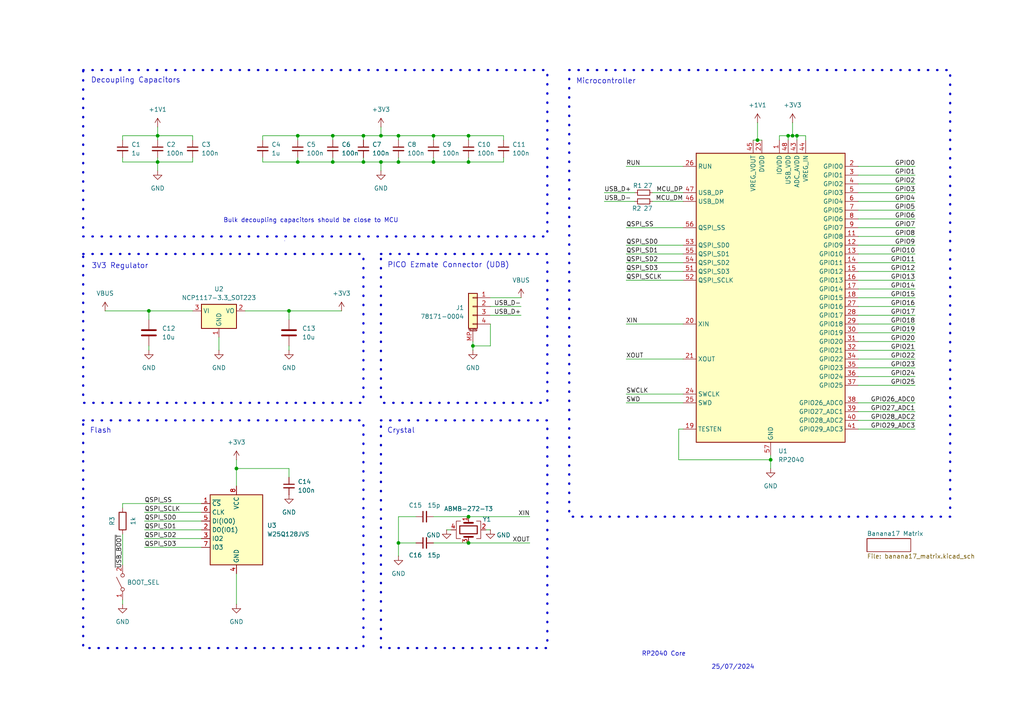
<source format=kicad_sch>
(kicad_sch (version 20231120) (generator "eeschema") (generator_version "8.0")
  (paper "A4")
  (lib_symbols
    (symbol "Connector_Generic_MountingPin:Conn_01x04_MountingPin" (pin_names (offset 1.016) hide)
      (property "Reference" "J" (at 0 5.08 0))
      (property "Value" "Conn_01x04_MountingPin" (at 1.27 -7.62 0))
      (symbol "Conn_01x04_MountingPin_1_1"
        (rectangle (start -1.27 -4.953) (end 0 -5.207) (stroke (width 0.1524)))
        (rectangle (start -1.27 -2.413) (end 0 -2.667) (stroke (width 0.1524)))
        (rectangle (start -1.27 0.127) (end 0 -0.127) (stroke (width 0.1524)))
        (rectangle (start -1.27 2.667) (end 0 2.413) (stroke (width 0.1524)))
        (rectangle (start -1.27 3.81) (end 1.27 -6.35) (stroke (width 0.254)) (fill (type background)))
        (polyline (pts (xy -1.016 -7.112) (xy 1.016 -7.112)) (stroke (width 0.1524)))
        (text "Mounting" (at 0 -6.731 0) (effects (font (size 0.381 0.381))))
        (pin passive line (at -5.08 2.54 0) (length 3.81) (name "Pin_1") (number "1"))
        (pin passive line (at -5.08 0 0) (length 3.81) (name "Pin_2") (number "2"))
        (pin passive line (at -5.08 -2.54 0) (length 3.81) (name "Pin_3") (number "3"))
        (pin passive line (at -5.08 -5.08 0) (length 3.81) (name "Pin_4") (number "4"))
        (pin passive line (at 0 -10.16 90) (length 3.048) (name "MountPin") (number "MP"))
      )
    )
    (symbol "Device:C" (pin_numbers hide) (pin_names (offset 0.254))
      (property "Reference" "C" (at 0.635 2.54 0))
      (property "Value" "C" (at 0.635 -2.54 0))
      (symbol "C_0_1"
        (polyline (pts (xy -2.032 -0.762) (xy 2.032 -0.762)) (stroke (width 0.508)))
        (polyline (pts (xy -2.032 0.762) (xy 2.032 0.762)) (stroke (width 0.508)))
      )
      (symbol "C_1_1"
        (pin passive line (at 0 3.81 270) (length 2.794) (name "~") (number "1"))
        (pin passive line (at 0 -3.81 90) (length 2.794) (name "~") (number "2"))
      )
    )
    (symbol "Device:C_Small" (pin_numbers hide) (pin_names (offset 0.254) hide)
      (property "Reference" "C" (at 0.254 1.778 0))
      (property "Value" "C_Small" (at 0.254 -2.032 0))
      (symbol "C_Small_0_1"
        (polyline (pts (xy -1.524 -0.508) (xy 1.524 -0.508)) (stroke (width 0.3302)))
        (polyline (pts (xy -1.524 0.508) (xy 1.524 0.508)) (stroke (width 0.3048)))
      )
      (symbol "C_Small_1_1"
        (pin passive line (at 0 2.54 270) (length 2.032) (name "~") (number "1"))
        (pin passive line (at 0 -2.54 90) (length 2.032) (name "~") (number "2"))
      )
    )
    (symbol "Device:Crystal_GND24" (pin_names (offset 1.016) hide)
      (property "Reference" "Y" (at 3.175 5.08 0))
      (property "Value" "Crystal_GND24" (at 3.175 3.175 0))
      (symbol "Crystal_GND24_0_1"
        (rectangle (start -1.143 2.54) (end 1.143 -2.54) (stroke (width 0.3048)))
        (polyline (pts (xy -2.54 0) (xy -2.032 0)))
        (polyline (pts (xy -2.032 -1.27) (xy -2.032 1.27)) (stroke (width 0.508)))
        (polyline (pts (xy 0 -3.81) (xy 0 -3.556)))
        (polyline (pts (xy 0 3.556) (xy 0 3.81)))
        (polyline (pts (xy 2.032 -1.27) (xy 2.032 1.27)) (stroke (width 0.508)))
        (polyline (pts (xy 2.032 0) (xy 2.54 0)))
        (polyline (pts (xy -2.54 -2.286) (xy -2.54 -3.556) (xy 2.54 -3.556) (xy 2.54 -2.286)))
        (polyline (pts (xy -2.54 2.286) (xy -2.54 3.556) (xy 2.54 3.556) (xy 2.54 2.286)))
      )
      (symbol "Crystal_GND24_1_1"
        (pin passive line (at -3.81 0 0) (length 1.27) (name "1") (number "1"))
        (pin passive line (at 0 5.08 270) (length 1.27) (name "2") (number "2"))
        (pin passive line (at 3.81 0 180) (length 1.27) (name "3") (number "3"))
        (pin passive line (at 0 -5.08 90) (length 1.27) (name "4") (number "4"))
      )
    )
    (symbol "Device:R" (pin_numbers hide) (pin_names (offset 0))
      (property "Reference" "R" (at 2.032 0 90))
      (property "Value" "R" (at 0 0 90))
      (symbol "R_0_1"
        (rectangle (start -1.016 -2.54) (end 1.016 2.54) (stroke (width 0.254)))
      )
      (symbol "R_1_1"
        (pin passive line (at 0 3.81 270) (length 1.27) (name "~") (number "1"))
        (pin passive line (at 0 -3.81 90) (length 1.27) (name "~") (number "2"))
      )
    )
    (symbol "Device:R_Small" (pin_numbers hide) (pin_names (offset 0.254) hide)
      (property "Reference" "R" (at 0.762 0.508 0))
      (property "Value" "R_Small" (at 0.762 -1.016 0))
      (symbol "R_Small_0_1"
        (rectangle (start -0.762 1.778) (end 0.762 -1.778) (stroke (width 0.2032)))
      )
      (symbol "R_Small_1_1"
        (pin passive line (at 0 2.54 270) (length 0.762) (name "~") (number "1"))
        (pin passive line (at 0 -2.54 90) (length 0.762) (name "~") (number "2"))
      )
    )
    (symbol "MCU_RaspberryPi:RP2040"
      (property "Reference" "U" (at 17.78 45.72 0))
      (property "Value" "RP2040" (at 17.78 43.18 0))
      (symbol "RP2040_0_1"
        (rectangle (start -21.59 41.91) (end 21.59 -41.91) (stroke (width 0.254)) (fill (type background)))
      )
      (symbol "RP2040_1_1"
        (pin power_in line (at 2.54 45.72 270) (length 3.81) (name "IOVDD") (number "1"))
        (pin passive line (at 2.54 45.72 270) (length 3.81) hide (name "IOVDD") (number "10"))
        (pin bidirectional line (at 25.4 17.78 180) (length 3.81) (name "GPIO8") (number "11"))
        (pin bidirectional line (at 25.4 15.24 180) (length 3.81) (name "GPIO9") (number "12"))
        (pin bidirectional line (at 25.4 12.7 180) (length 3.81) (name "GPIO10") (number "13"))
        (pin bidirectional line (at 25.4 10.16 180) (length 3.81) (name "GPIO11") (number "14"))
        (pin bidirectional line (at 25.4 7.62 180) (length 3.81) (name "GPIO12") (number "15"))
        (pin bidirectional line (at 25.4 5.08 180) (length 3.81) (name "GPIO13") (number "16"))
        (pin bidirectional line (at 25.4 2.54 180) (length 3.81) (name "GPIO14") (number "17"))
        (pin bidirectional line (at 25.4 0 180) (length 3.81) (name "GPIO15") (number "18"))
        (pin input line (at -25.4 -38.1 0) (length 3.81) (name "TESTEN") (number "19"))
        (pin bidirectional line (at 25.4 38.1 180) (length 3.81) (name "GPIO0") (number "2"))
        (pin input line (at -25.4 -7.62 0) (length 3.81) (name "XIN") (number "20"))
        (pin passive line (at -25.4 -17.78 0) (length 3.81) (name "XOUT") (number "21"))
        (pin passive line (at 2.54 45.72 270) (length 3.81) hide (name "IOVDD") (number "22"))
        (pin power_in line (at -2.54 45.72 270) (length 3.81) (name "DVDD") (number "23"))
        (pin input line (at -25.4 -27.94 0) (length 3.81) (name "SWCLK") (number "24"))
        (pin bidirectional line (at -25.4 -30.48 0) (length 3.81) (name "SWD") (number "25"))
        (pin input line (at -25.4 38.1 0) (length 3.81) (name "RUN") (number "26"))
        (pin bidirectional line (at 25.4 -2.54 180) (length 3.81) (name "GPIO16") (number "27"))
        (pin bidirectional line (at 25.4 -5.08 180) (length 3.81) (name "GPIO17") (number "28"))
        (pin bidirectional line (at 25.4 -7.62 180) (length 3.81) (name "GPIO18") (number "29"))
        (pin bidirectional line (at 25.4 35.56 180) (length 3.81) (name "GPIO1") (number "3"))
        (pin bidirectional line (at 25.4 -10.16 180) (length 3.81) (name "GPIO19") (number "30"))
        (pin bidirectional line (at 25.4 -12.7 180) (length 3.81) (name "GPIO20") (number "31"))
        (pin bidirectional line (at 25.4 -15.24 180) (length 3.81) (name "GPIO21") (number "32"))
        (pin passive line (at 2.54 45.72 270) (length 3.81) hide (name "IOVDD") (number "33"))
        (pin bidirectional line (at 25.4 -17.78 180) (length 3.81) (name "GPIO22") (number "34"))
        (pin bidirectional line (at 25.4 -20.32 180) (length 3.81) (name "GPIO23") (number "35"))
        (pin bidirectional line (at 25.4 -22.86 180) (length 3.81) (name "GPIO24") (number "36"))
        (pin bidirectional line (at 25.4 -25.4 180) (length 3.81) (name "GPIO25") (number "37"))
        (pin bidirectional line (at 25.4 -30.48 180) (length 3.81) (name "GPIO26_ADC0") (number "38"))
        (pin bidirectional line (at 25.4 -33.02 180) (length 3.81) (name "GPIO27_ADC1") (number "39"))
        (pin bidirectional line (at 25.4 33.02 180) (length 3.81) (name "GPIO2") (number "4"))
        (pin bidirectional line (at 25.4 -35.56 180) (length 3.81) (name "GPIO28_ADC2") (number "40"))
        (pin bidirectional line (at 25.4 -38.1 180) (length 3.81) (name "GPIO29_ADC3") (number "41"))
        (pin passive line (at 2.54 45.72 270) (length 3.81) hide (name "IOVDD") (number "42"))
        (pin power_in line (at 7.62 45.72 270) (length 3.81) (name "ADC_AVDD") (number "43"))
        (pin power_in line (at 10.16 45.72 270) (length 3.81) (name "VREG_IN") (number "44"))
        (pin power_out line (at -5.08 45.72 270) (length 3.81) (name "VREG_VOUT") (number "45"))
        (pin bidirectional line (at -25.4 27.94 0) (length 3.81) (name "USB_DM") (number "46"))
        (pin bidirectional line (at -25.4 30.48 0) (length 3.81) (name "USB_DP") (number "47"))
        (pin power_in line (at 5.08 45.72 270) (length 3.81) (name "USB_VDD") (number "48"))
        (pin passive line (at 2.54 45.72 270) (length 3.81) hide (name "IOVDD") (number "49"))
        (pin bidirectional line (at 25.4 30.48 180) (length 3.81) (name "GPIO3") (number "5"))
        (pin passive line (at -2.54 45.72 270) (length 3.81) hide (name "DVDD") (number "50"))
        (pin bidirectional line (at -25.4 7.62 0) (length 3.81) (name "QSPI_SD3") (number "51"))
        (pin output line (at -25.4 5.08 0) (length 3.81) (name "QSPI_SCLK") (number "52"))
        (pin bidirectional line (at -25.4 15.24 0) (length 3.81) (name "QSPI_SD0") (number "53"))
        (pin bidirectional line (at -25.4 10.16 0) (length 3.81) (name "QSPI_SD2") (number "54"))
        (pin bidirectional line (at -25.4 12.7 0) (length 3.81) (name "QSPI_SD1") (number "55"))
        (pin bidirectional line (at -25.4 20.32 0) (length 3.81) (name "QSPI_SS") (number "56"))
        (pin power_in line (at 0 -45.72 90) (length 3.81) (name "GND") (number "57"))
        (pin bidirectional line (at 25.4 27.94 180) (length 3.81) (name "GPIO4") (number "6"))
        (pin bidirectional line (at 25.4 25.4 180) (length 3.81) (name "GPIO5") (number "7"))
        (pin bidirectional line (at 25.4 22.86 180) (length 3.81) (name "GPIO6") (number "8"))
        (pin bidirectional line (at 25.4 20.32 180) (length 3.81) (name "GPIO7") (number "9"))
      )
    )
    (symbol "Memory_Flash:W25Q128JVS"
      (property "Reference" "U" (at -8.89 8.89 0))
      (property "Value" "W25Q128JVS" (at 7.62 8.89 0))
      (symbol "W25Q128JVS_0_1"
        (rectangle (start -7.62 10.16) (end 7.62 -10.16) (stroke (width 0.254)) (fill (type background)))
      )
      (symbol "W25Q128JVS_1_1"
        (pin input line (at -10.16 7.62 0) (length 2.54) (name "~{CS}") (number "1"))
        (pin bidirectional line (at -10.16 0 0) (length 2.54) (name "DO(IO1)") (number "2"))
        (pin bidirectional line (at -10.16 -2.54 0) (length 2.54) (name "IO2") (number "3"))
        (pin power_in line (at 0 -12.7 90) (length 2.54) (name "GND") (number "4"))
        (pin bidirectional line (at -10.16 2.54 0) (length 2.54) (name "DI(IO0)") (number "5"))
        (pin input line (at -10.16 5.08 0) (length 2.54) (name "CLK") (number "6"))
        (pin bidirectional line (at -10.16 -5.08 0) (length 2.54) (name "IO3") (number "7"))
        (pin power_in line (at 0 12.7 270) (length 2.54) (name "VCC") (number "8"))
      )
    )
    (symbol "Regulator_Linear:NCP1117-3.3_SOT223"
      (property "Reference" "U" (at -3.81 3.175 0))
      (property "Value" "NCP1117-3.3_SOT223" (at 0 3.175 0))
      (symbol "NCP1117-3.3_SOT223_0_1"
        (rectangle (start -5.08 -5.08) (end 5.08 1.905) (stroke (width 0.254)) (fill (type background)))
      )
      (symbol "NCP1117-3.3_SOT223_1_1"
        (pin power_in line (at 0 -7.62 90) (length 2.54) (name "GND") (number "1"))
        (pin power_out line (at 7.62 0 180) (length 2.54) (name "VO") (number "2"))
        (pin power_in line (at -7.62 0 0) (length 2.54) (name "VI") (number "3"))
      )
    )
    (symbol "Switch:SW_SPST" (pin_names (offset 0) hide)
      (property "Reference" "SW" (at 0 3.175 0))
      (property "Value" "SW_SPST" (at 0 -2.54 0))
      (symbol "SW_SPST_0_0"
        (circle (center -2.032 0) (radius 0.508))
        (polyline (pts (xy -1.524 0.254) (xy 1.524 1.778)))
        (circle (center 2.032 0) (radius 0.508))
      )
      (symbol "SW_SPST_1_1"
        (pin passive line (at -5.08 0 0) (length 2.54) (name "A") (number "1"))
        (pin passive line (at 5.08 0 180) (length 2.54) (name "B") (number "2"))
      )
    )
    (symbol "power:+3V3" (power) (pin_numbers hide) (pin_names (offset 0) hide)
      (property "Value" "+3V3" (at 0 3.556 0))
      (symbol "+3V3_0_1"
        (polyline (pts (xy -0.762 1.27) (xy 0 2.54)))
        (polyline (pts (xy 0 0) (xy 0 2.54)))
        (polyline (pts (xy 0 2.54) (xy 0.762 1.27)))
      )
      (symbol "+3V3_1_1"
        (pin power_in line (at 0 0 90) (length 0) (name "~") (number "1"))
      )
    )
    (symbol "power:GND" (power) (pin_numbers hide) (pin_names (offset 0) hide)
      (property "Value" "GND" (at 0 -3.81 0))
      (symbol "GND_0_1"
        (polyline (pts (xy 0 0) (xy 0 -1.27) (xy 1.27 -1.27) (xy 0 -2.54) (xy -1.27 -1.27) (xy 0 -1.27)))
      )
      (symbol "GND_1_1"
        (pin power_in line (at 0 0 270) (length 0) (name "~") (number "1"))
      )
    )
    (symbol "power:VBUS" (power) (pin_numbers hide) (pin_names (offset 0) hide)
      (property "Value" "VBUS" (at 0 3.556 0))
      (symbol "VBUS_0_1"
        (polyline (pts (xy -0.762 1.27) (xy 0 2.54)))
        (polyline (pts (xy 0 0) (xy 0 2.54)))
        (polyline (pts (xy 0 2.54) (xy 0.762 1.27)))
      )
      (symbol "VBUS_1_1"
        (pin power_in line (at 0 0 90) (length 0) (name "~") (number "1"))
      )
    )
  )
  (junction (at 228.6 39.37))
  (junction (at 223.52 133.35))
  (junction (at 135.89 149.86))
  (junction (at 231.14 39.37))
  (junction (at 86.36 39.37))
  (junction (at 110.49 46.99))
  (junction (at 135.89 157.48))
  (junction (at 68.58 135.89))
  (junction (at 43.18 90.17))
  (junction (at 125.73 39.37))
  (junction (at 83.82 90.17))
  (junction (at 135.89 46.99))
  (junction (at 105.41 39.37))
  (junction (at 115.57 39.37))
  (junction (at 96.52 46.99))
  (junction (at 229.87 39.37))
  (junction (at 125.73 46.99))
  (junction (at 137.16 100.33))
  (junction (at 45.72 46.99))
  (junction (at 96.52 39.37))
  (junction (at 86.36 46.99))
  (junction (at 45.72 39.37))
  (junction (at 115.57 46.99))
  (junction (at 135.89 39.37))
  (junction (at 219.71 40.64))
  (junction (at 105.41 46.99))
  (junction (at 110.49 39.37))
  (junction (at 115.57 157.48))
  (wire (pts (xy 83.82 90.17) (xy 99.06 90.17)))
  (wire (pts (xy 175.26 55.88) (xy 184.15 55.88)))
  (wire (pts (xy 115.57 39.37) (xy 110.49 39.37)))
  (wire (pts (xy 86.36 45.72) (xy 86.36 46.99)))
  (wire (pts (xy 198.12 93.98) (xy 181.61 93.98)))
  (wire (pts (xy 198.12 48.26) (xy 181.61 48.26)))
  (wire (pts (xy 96.52 46.99) (xy 105.41 46.99)))
  (wire (pts (xy 135.89 45.72) (xy 135.89 46.99)))
  (wire (pts (xy 68.58 133.35) (xy 68.58 135.89)))
  (wire (pts (xy 137.16 99.06) (xy 137.16 100.33)))
  (wire (pts (xy 83.82 90.17) (xy 83.82 92.71)))
  (wire (pts (xy 58.42 158.75) (xy 41.91 158.75)))
  (wire (pts (xy 248.92 73.66) (xy 265.43 73.66)))
  (wire (pts (xy 35.56 146.05) (xy 58.42 146.05)))
  (wire (pts (xy 135.89 157.48) (xy 153.67 157.48)))
  (wire (pts (xy 248.92 91.44) (xy 265.43 91.44)))
  (wire (pts (xy 248.92 78.74) (xy 265.43 78.74)))
  (wire (pts (xy 142.24 91.44) (xy 151.13 91.44)))
  (wire (pts (xy 248.92 109.22) (xy 265.43 109.22)))
  (wire (pts (xy 198.12 78.74) (xy 181.61 78.74)))
  (wire (pts (xy 218.44 40.64) (xy 219.71 40.64)))
  (wire (pts (xy 125.73 45.72) (xy 125.73 46.99)))
  (wire (pts (xy 248.92 55.88) (xy 265.43 55.88)))
  (wire (pts (xy 110.49 46.99) (xy 110.49 49.53)))
  (wire (pts (xy 115.57 157.48) (xy 115.57 149.86)))
  (wire (pts (xy 125.73 39.37) (xy 125.73 40.64)))
  (wire (pts (xy 68.58 135.89) (xy 68.58 140.97)))
  (wire (pts (xy 63.5 97.79) (xy 63.5 101.6)))
  (wire (pts (xy 175.26 58.42) (xy 184.15 58.42)))
  (wire (pts (xy 45.72 46.99) (xy 55.88 46.99)))
  (wire (pts (xy 248.92 93.98) (xy 265.43 93.98)))
  (wire (pts (xy 248.92 88.9) (xy 265.43 88.9)))
  (wire (pts (xy 233.68 39.37) (xy 233.68 40.64)))
  (wire (pts (xy 146.05 40.64) (xy 146.05 39.37)))
  (wire (pts (xy 248.92 60.96) (xy 265.43 60.96)))
  (wire (pts (xy 110.49 46.99) (xy 115.57 46.99)))
  (wire (pts (xy 196.85 124.46) (xy 198.12 124.46)))
  (wire (pts (xy 96.52 39.37) (xy 86.36 39.37)))
  (wire (pts (xy 219.71 40.64) (xy 220.98 40.64)))
  (wire (pts (xy 35.56 154.94) (xy 35.56 163.83)))
  (wire (pts (xy 96.52 39.37) (xy 96.52 40.64)))
  (wire (pts (xy 198.12 104.14) (xy 181.61 104.14)))
  (wire (pts (xy 248.92 104.14) (xy 265.43 104.14)))
  (wire (pts (xy 248.92 71.12) (xy 265.43 71.12)))
  (wire (pts (xy 35.56 40.64) (xy 35.56 39.37)))
  (wire (pts (xy 248.92 68.58) (xy 265.43 68.58)))
  (wire (pts (xy 198.12 73.66) (xy 181.61 73.66)))
  (wire (pts (xy 146.05 39.37) (xy 135.89 39.37)))
  (wire (pts (xy 55.88 39.37) (xy 55.88 40.64)))
  (wire (pts (xy 125.73 46.99) (xy 135.89 46.99)))
  (wire (pts (xy 248.92 81.28) (xy 265.43 81.28)))
  (wire (pts (xy 86.36 46.99) (xy 96.52 46.99)))
  (wire (pts (xy 43.18 90.17) (xy 43.18 92.71)))
  (wire (pts (xy 248.92 86.36) (xy 265.43 86.36)))
  (wire (pts (xy 45.72 46.99) (xy 45.72 49.53)))
  (wire (pts (xy 135.89 149.86) (xy 153.67 149.86)))
  (wire (pts (xy 223.52 133.35) (xy 223.52 135.89)))
  (wire (pts (xy 115.57 39.37) (xy 115.57 40.64)))
  (wire (pts (xy 248.92 111.76) (xy 265.43 111.76)))
  (wire (pts (xy 35.56 173.99) (xy 35.56 175.26)))
  (wire (pts (xy 219.71 35.56) (xy 219.71 40.64)))
  (wire (pts (xy 58.42 148.59) (xy 41.91 148.59)))
  (wire (pts (xy 226.06 39.37) (xy 228.6 39.37)))
  (wire (pts (xy 248.92 66.04) (xy 265.43 66.04)))
  (wire (pts (xy 142.24 88.9) (xy 151.13 88.9)))
  (wire (pts (xy 43.18 100.33) (xy 43.18 101.6)))
  (wire (pts (xy 45.72 39.37) (xy 55.88 39.37)))
  (wire (pts (xy 248.92 58.42) (xy 265.43 58.42)))
  (wire (pts (xy 45.72 39.37) (xy 45.72 40.64)))
  (wire (pts (xy 83.82 138.43) (xy 83.82 135.89)))
  (wire (pts (xy 115.57 157.48) (xy 115.57 161.29)))
  (wire (pts (xy 248.92 119.38) (xy 265.43 119.38)))
  (wire (pts (xy 58.42 153.67) (xy 41.91 153.67)))
  (wire (pts (xy 55.88 90.17) (xy 43.18 90.17)))
  (wire (pts (xy 231.14 39.37) (xy 231.14 40.64)))
  (wire (pts (xy 83.82 100.33) (xy 83.82 101.6)))
  (wire (pts (xy 83.82 135.89) (xy 68.58 135.89)))
  (wire (pts (xy 105.41 39.37) (xy 110.49 39.37)))
  (wire (pts (xy 125.73 157.48) (xy 135.89 157.48)))
  (wire (pts (xy 189.23 55.88) (xy 198.12 55.88)))
  (wire (pts (xy 140.97 153.67) (xy 142.24 153.67)))
  (wire (pts (xy 135.89 39.37) (xy 135.89 40.64)))
  (wire (pts (xy 248.92 53.34) (xy 265.43 53.34)))
  (wire (pts (xy 30.48 90.17) (xy 43.18 90.17)))
  (wire (pts (xy 115.57 149.86) (xy 120.65 149.86)))
  (wire (pts (xy 248.92 106.68) (xy 265.43 106.68)))
  (wire (pts (xy 228.6 39.37) (xy 229.87 39.37)))
  (wire (pts (xy 76.2 46.99) (xy 86.36 46.99)))
  (wire (pts (xy 58.42 156.21) (xy 41.91 156.21)))
  (wire (pts (xy 231.14 39.37) (xy 233.68 39.37)))
  (wire (pts (xy 189.23 58.42) (xy 198.12 58.42)))
  (wire (pts (xy 198.12 116.84) (xy 181.61 116.84)))
  (wire (pts (xy 115.57 46.99) (xy 125.73 46.99)))
  (wire (pts (xy 226.06 40.64) (xy 226.06 39.37)))
  (wire (pts (xy 248.92 76.2) (xy 265.43 76.2)))
  (wire (pts (xy 248.92 116.84) (xy 265.43 116.84)))
  (wire (pts (xy 198.12 71.12) (xy 181.61 71.12)))
  (wire (pts (xy 198.12 81.28) (xy 181.61 81.28)))
  (wire (pts (xy 110.49 36.83) (xy 110.49 39.37)))
  (wire (pts (xy 115.57 39.37) (xy 125.73 39.37)))
  (wire (pts (xy 248.92 101.6) (xy 265.43 101.6)))
  (wire (pts (xy 105.41 45.72) (xy 105.41 46.99)))
  (wire (pts (xy 198.12 114.3) (xy 181.61 114.3)))
  (wire (pts (xy 35.56 46.99) (xy 45.72 46.99)))
  (wire (pts (xy 35.56 39.37) (xy 45.72 39.37)))
  (wire (pts (xy 196.85 124.46) (xy 196.85 133.35)))
  (wire (pts (xy 248.92 50.8) (xy 265.43 50.8)))
  (wire (pts (xy 68.58 166.37) (xy 68.58 175.26)))
  (wire (pts (xy 35.56 147.32) (xy 35.56 146.05)))
  (wire (pts (xy 35.56 45.72) (xy 35.56 46.99)))
  (wire (pts (xy 248.92 63.5) (xy 265.43 63.5)))
  (wire (pts (xy 248.92 99.06) (xy 265.43 99.06)))
  (wire (pts (xy 196.85 133.35) (xy 223.52 133.35)))
  (wire (pts (xy 248.92 83.82) (xy 265.43 83.82)))
  (wire (pts (xy 229.87 39.37) (xy 231.14 39.37)))
  (wire (pts (xy 58.42 151.13) (xy 41.91 151.13)))
  (wire (pts (xy 228.6 39.37) (xy 228.6 40.64)))
  (wire (pts (xy 105.41 46.99) (xy 110.49 46.99)))
  (wire (pts (xy 71.12 90.17) (xy 83.82 90.17)))
  (wire (pts (xy 96.52 39.37) (xy 105.41 39.37)))
  (wire (pts (xy 135.89 46.99) (xy 146.05 46.99)))
  (wire (pts (xy 76.2 39.37) (xy 76.2 40.64)))
  (wire (pts (xy 142.24 100.33) (xy 137.16 100.33)))
  (wire (pts (xy 120.65 157.48) (xy 115.57 157.48)))
  (wire (pts (xy 146.05 46.99) (xy 146.05 45.72)))
  (wire (pts (xy 248.92 121.92) (xy 265.43 121.92)))
  (wire (pts (xy 248.92 48.26) (xy 265.43 48.26)))
  (wire (pts (xy 86.36 39.37) (xy 76.2 39.37)))
  (wire (pts (xy 223.52 132.08) (xy 223.52 133.35)))
  (wire (pts (xy 130.81 153.67) (xy 129.54 153.67)))
  (wire (pts (xy 55.88 46.99) (xy 55.88 45.72)))
  (wire (pts (xy 248.92 96.52) (xy 265.43 96.52)))
  (wire (pts (xy 137.16 101.6) (xy 137.16 100.33)))
  (wire (pts (xy 198.12 66.04) (xy 181.61 66.04)))
  (wire (pts (xy 198.12 76.2) (xy 181.61 76.2)))
  (wire (pts (xy 115.57 45.72) (xy 115.57 46.99)))
  (wire (pts (xy 248.92 124.46) (xy 265.43 124.46)))
  (wire (pts (xy 45.72 36.83) (xy 45.72 39.37)))
  (wire (pts (xy 229.87 35.56) (xy 229.87 39.37)))
  (wire (pts (xy 86.36 39.37) (xy 86.36 40.64)))
  (wire (pts (xy 142.24 93.98) (xy 142.24 100.33)))
  (wire (pts (xy 125.73 149.86) (xy 135.89 149.86)))
  (wire (pts (xy 76.2 45.72) (xy 76.2 46.99)))
  (wire (pts (xy 105.41 39.37) (xy 105.41 40.64)))
  (wire (pts (xy 125.73 39.37) (xy 135.89 39.37)))
  (wire (pts (xy 96.52 45.72) (xy 96.52 46.99)))
  (wire (pts (xy 45.72 45.72) (xy 45.72 46.99)))
  (wire (pts (xy 142.24 86.36) (xy 151.13 86.36)))
  (rectangle (start 24.13 20.32) (end 158.75 68.58) (stroke (width 0.635) (type dot)))
  (rectangle (start 165.1 20.32) (end 275.59 149.86) (stroke (width 0.635) (type dot)))
  (rectangle (start 24.13 73.66) (end 105.41 116.84) (stroke (width 0.635) (type dot)))
  (rectangle (start 82.55 69.85) (end 82.55 69.85))
  (rectangle (start 110.49 73.66) (end 158.75 116.84) (stroke (width 0.635) (type dot)))
  (rectangle (start 24.13 121.92) (end 105.41 187.96) (stroke (width 0.635) (type dot)))
  (rectangle (start 110.49 121.92) (end 158.75 187.96) (stroke (width 0.635) (type dot)))
  (text "Decoupling Capacitors" (at 39.37 23.368 0) (effects (font (size 1.524 1.524))))
  (text "25/07/2024" (at 212.598 193.548 0) (effects (font (size 1.27 1.27))))
  (text "RP2040 Core" (at 192.532 189.738 0) (effects (font (size 1.27 1.27))))
  (text "Crystal" (at 116.332 124.968 0) (effects (font (size 1.524 1.524))))
  (text "Microcontroller" (at 175.768 23.622 0) (effects (font (size 1.524 1.524))))
  (text "PICO Ezmate Connector (UDB)" (at 130.048 76.962 0) (effects (font (size 1.524 1.524))))
  (text "Bulk decoupling capacitors should be close to MCU" (at 90.17 64.008 0) (effects (font (size 1.27 1.27))))
  (text "Flash" (at 29.21 124.968 0) (effects (font (size 1.524 1.524))))
  (text "3V3 Regulator" (at 34.798 77.216 0) (effects (font (size 1.524 1.524))))
  (label "USB_D+" (at 151.13 91.44 180))
  (label "MCU_DP" (at 198.12 55.88 180))
  (label "QSPI_SCLK" (at 181.61 81.28 0))
  (label "QSPI_SD1" (at 181.61 73.66 0))
  (label "RUN" (at 181.61 48.26 0))
  (label "GPIO28_ADC2" (at 265.43 121.92 180))
  (label "MCU_DM" (at 198.12 58.42 180))
  (label "QSPI_SD2" (at 41.91 156.21 0))
  (label "GPIO21" (at 265.43 101.6 180))
  (label "GPIO12" (at 265.43 78.74 180))
  (label "QSPI_SS" (at 181.61 66.04 0))
  (label "GPIO0" (at 265.43 48.26 180))
  (label "GPIO20" (at 265.43 99.06 180))
  (label "GPIO27_ADC1" (at 265.43 119.38 180))
  (label "GPIO18" (at 265.43 93.98 180))
  (label "GPIO17" (at 265.43 91.44 180))
  (label "GPIO26_ADC0" (at 265.43 116.84 180))
  (label "GPIO9" (at 265.43 71.12 180))
  (label "GPIO6" (at 265.43 63.5 180))
  (label "QSPI_SD2" (at 181.61 76.2 0))
  (label "USB_D-" (at 175.26 58.42 0))
  (label "GPIO19" (at 265.43 96.52 180))
  (label "USB_D+" (at 175.26 55.88 0))
  (label "GPIO11" (at 265.43 76.2 180))
  (label "GPIO1" (at 265.43 50.8 180))
  (label "QSPI_SD1" (at 41.91 153.67 0))
  (label "GPIO16" (at 265.43 88.9 180))
  (label "~{USB_BOOT}" (at 35.56 154.94 270))
  (label "GPIO10" (at 265.43 73.66 180))
  (label "QSPI_SD0" (at 41.91 151.13 0))
  (label "GPIO4" (at 265.43 58.42 180))
  (label "SWD" (at 181.61 116.84 0))
  (label "GPIO13" (at 265.43 81.28 180))
  (label "GPIO23" (at 265.43 106.68 180))
  (label "USB_D-" (at 151.13 88.9 180))
  (label "GPIO15" (at 265.43 86.36 180))
  (label "GPIO8" (at 265.43 68.58 180))
  (label "GPIO7" (at 265.43 66.04 180))
  (label "GPIO24" (at 265.43 109.22 180))
  (label "QSPI_SD0" (at 181.61 71.12 0))
  (label "XOUT" (at 153.67 157.48 180))
  (label "GPIO3" (at 265.43 55.88 180))
  (label "XOUT" (at 181.61 104.14 0))
  (label "QSPI_SS" (at 41.91 146.05 0))
  (label "QSPI_SCLK" (at 41.91 148.59 0))
  (label "QSPI_SD3" (at 181.61 78.74 0))
  (label "GPIO14" (at 265.43 83.82 180))
  (label "GPIO25" (at 265.43 111.76 180))
  (label "QSPI_SD3" (at 41.91 158.75 0))
  (label "GPIO29_ADC3" (at 265.43 124.46 180))
  (label "XIN" (at 181.61 93.98 0))
  (label "GPIO22" (at 265.43 104.14 180))
  (label "SWCLK" (at 181.61 114.3 0))
  (label "GPIO5" (at 265.43 60.96 180))
  (label "GPIO2" (at 265.43 53.34 180))
  (label "XIN" (at 153.67 149.86 180))
  (symbol (lib_id "Connector_Generic_MountingPin:Conn_01x04_MountingPin") (at 137.16 88.9 0) (mirror y) (unit 1)
    (property "Reference" "J1" (at 134.62 89.2555 0) (effects (justify left)))
    (property "Value" "78171-0004" (at 134.62 91.7955 0) (effects (justify left)))
    (property "Description" "Generic connectable mounting pin connector, single row, 01x04, script generated (kicad-library-utils/schlib/autogen/connector/)" (effects (hide yes)))
  )
  (symbol (lib_id "power:GND") (at 45.72 49.53 0) (unit 1)
    (property "Reference" "#PWR05" (effects (hide yes)))
    (property "Value" "GND" (at 45.72 54.61 0))
    (property "Description" "Power symbol creates a global label with name \"GND\" , ground" (effects (hide yes)))
  )
  (symbol (lib_id "Device:Crystal_GND24") (at 135.89 153.67 270) (unit 1)
    (property "Reference" "Y1" (at 141.224 150.622 90))
    (property "Value" "ABMB-272-T3" (at 135.89 147.574 90))
    (property "Description" "Four pin crystal, GND on pins 2 and 4" (effects (hide yes)))
  )
  (symbol (lib_id "power:GND") (at 115.57 161.29 0) (unit 1)
    (property "Reference" "#PWR017" (effects (hide yes)))
    (property "Value" "GND" (at 115.57 166.37 0))
    (property "Description" "Power symbol creates a global label with name \"GND\" , ground" (effects (hide yes)))
  )
  (symbol (lib_id "Device:C") (at 43.18 96.52 0) (unit 1)
    (property "Reference" "C12" (at 46.99 95.2499 0) (effects (justify left)))
    (property "Value" "10u" (at 46.99 97.7899 0) (effects (justify left)))
    (property "Description" "Unpolarized capacitor" (effects (hide yes)))
  )
  (symbol (lib_id "Device:C_Small") (at 96.52 43.18 0) (unit 1)
    (property "Reference" "C6" (at 99.06 41.9162 0) (effects (justify left)))
    (property "Value" "100n" (at 99.06 44.45 0) (effects (justify left)))
    (property "Description" "Unpolarized capacitor, small symbol" (effects (hide yes)))
  )
  (symbol (lib_id "power:GND") (at 142.24 153.67 0) (unit 1)
    (property "Reference" "#PWR018" (effects (hide yes)))
    (property "Value" "GND" (at 146.05 155.194 0))
    (property "Description" "Power symbol creates a global label with name \"GND\" , ground" (effects (hide yes)))
  )
  (symbol (lib_id "power:GND") (at 129.54 153.67 0) (mirror y) (unit 1)
    (property "Reference" "#PWR019" (effects (hide yes)))
    (property "Value" "GND" (at 125.73 155.194 0))
    (property "Description" "Power symbol creates a global label with name \"GND\" , ground" (effects (hide yes)))
  )
  (symbol (lib_id "Device:C_Small") (at 105.41 43.18 0) (unit 1)
    (property "Reference" "C7" (at 107.95 41.9162 0) (effects (justify left)))
    (property "Value" "100n" (at 107.95 44.45 0) (effects (justify left)))
    (property "Description" "Unpolarized capacitor, small symbol" (effects (hide yes)))
  )
  (symbol (lib_id "Device:C_Small") (at 55.88 43.18 0) (unit 1)
    (property "Reference" "C3" (at 58.42 41.9162 0) (effects (justify left)))
    (property "Value" "100n" (at 58.42 44.45 0) (effects (justify left)))
    (property "Description" "Unpolarized capacitor, small symbol" (effects (hide yes)))
  )
  (symbol (lib_id "Device:C_Small") (at 83.82 140.97 0) (unit 1)
    (property "Reference" "C14" (at 86.36 139.7062 0) (effects (justify left)))
    (property "Value" "100n" (at 86.36 142.24 0) (effects (justify left)))
    (property "Description" "Unpolarized capacitor, small symbol" (effects (hide yes)))
  )
  (symbol (lib_id "Device:C_Small") (at 115.57 43.18 0) (unit 1)
    (property "Reference" "C8" (at 118.11 41.9162 0) (effects (justify left)))
    (property "Value" "100n" (at 118.11 44.45 0) (effects (justify left)))
    (property "Description" "Unpolarized capacitor, small symbol" (effects (hide yes)))
  )
  (symbol (lib_id "power:+3V3") (at 219.71 35.56 0) (unit 1)
    (property "Reference" "#PWR03" (effects (hide yes)))
    (property "Value" "+1V1" (at 219.71 30.48 0))
    (property "Description" "Power symbol creates a global label with name \"+3V3\"" (effects (hide yes)))
  )
  (symbol (lib_id "Device:R_Small") (at 186.69 55.88 90) (unit 1)
    (property "Reference" "R1" (at 184.912 53.848 90))
    (property "Value" "27" (at 187.96 53.848 90))
    (property "Description" "Resistor, small symbol" (effects (hide yes)))
  )
  (symbol (lib_id "Device:R_Small") (at 186.69 58.42 90) (unit 1)
    (property "Reference" "R2" (at 184.658 60.452 90))
    (property "Value" "27" (at 187.96 60.452 90))
    (property "Description" "Resistor, small symbol" (effects (hide yes)))
  )
  (symbol (lib_id "power:GND") (at 137.16 101.6 0) (unit 1)
    (property "Reference" "#PWR020" (effects (hide yes)))
    (property "Value" "GND" (at 137.16 106.68 0))
    (property "Description" "Power symbol creates a global label with name \"GND\" , ground" (effects (hide yes)))
  )
  (symbol (lib_id "power:VBUS") (at 151.13 86.36 0) (unit 1)
    (property "Reference" "#PWR021" (effects (hide yes)))
    (property "Value" "VBUS" (at 151.13 81.28 0))
    (property "Description" "Power symbol creates a global label with name \"VBUS\"" (effects (hide yes)))
  )
  (symbol (lib_id "Memory_Flash:W25Q128JVS") (at 68.58 153.67 0) (unit 1)
    (property "Reference" "U3" (at 77.47 152.3999 0) (effects (justify left)))
    (property "Value" "W25Q128JVS" (at 77.47 154.9399 0) (effects (justify left)))
    (property "Footprint" "Package_SO:SOIC-8_5.23x5.23mm_P1.27mm" (effects (hide yes)))
    (property "Datasheet" "http://www.winbond.com/resource-files/w25q128jv_dtr%20revc%2003272018%20plus.pdf" (effects (hide yes)))
    (property "Description" "128Mb Serial Flash Memory, Standard/Dual/Quad SPI, SOIC-8" (effects (hide yes)))
  )
  (symbol (lib_id "power:GND") (at 43.18 101.6 0) (unit 1)
    (property "Reference" "#PWR08" (effects (hide yes)))
    (property "Value" "GND" (at 43.18 106.68 0))
    (property "Description" "Power symbol creates a global label with name \"GND\" , ground" (effects (hide yes)))
  )
  (symbol (lib_id "Switch:SW_SPST") (at 35.56 168.91 90) (unit 1)
    (property "Reference" "BOOT_SEL" (at 36.83 168.9099 90) (effects (justify right)))
    (property "Value" "SW_SPST" (effects (hide yes)))
    (property "Description" "Single Pole Single Throw (SPST) switch" (effects (hide yes)))
  )
  (symbol (lib_id "Device:C_Small") (at 35.56 43.18 0) (unit 1)
    (property "Reference" "C1" (at 38.1 41.9162 0) (effects (justify left)))
    (property "Value" "1u" (at 38.1 44.45 0) (effects (justify left)))
    (property "Description" "Unpolarized capacitor, small symbol" (effects (hide yes)))
  )
  (symbol (lib_id "power:GND") (at 35.56 175.26 0) (unit 1)
    (property "Reference" "#PWR016" (effects (hide yes)))
    (property "Value" "GND" (at 35.56 180.34 0))
    (property "Description" "Power symbol creates a global label with name \"GND\" , ground" (effects (hide yes)))
  )
  (symbol (lib_id "MCU_RaspberryPi:RP2040") (at 223.52 86.36 0) (unit 1)
    (property "Reference" "U1" (at 225.7141 130.81 0) (effects (justify left)))
    (property "Value" "RP2040" (at 225.7141 133.35 0) (effects (justify left)))
    (property "Footprint" "Package_DFN_QFN:QFN-56-1EP_7x7mm_P0.4mm_EP3.2x3.2mm" (effects (hide yes)))
    (property "Datasheet" "https://datasheets.raspberrypi.com/rp2040/rp2040-datasheet.pdf" (effects (hide yes)))
    (property "Description" "A microcontroller by Raspberry Pi" (effects (hide yes)))
  )
  (symbol (lib_id "Device:C_Small") (at 123.19 149.86 90) (unit 1)
    (property "Reference" "C15" (at 122.428 146.558 90) (effects (justify left)))
    (property "Value" "15p" (at 127.762 146.558 90) (effects (justify left)))
    (property "Description" "Unpolarized capacitor, small symbol" (effects (hide yes)))
  )
  (symbol (lib_id "power:GND") (at 83.82 101.6 0) (unit 1)
    (property "Reference" "#PWR010" (effects (hide yes)))
    (property "Value" "GND" (at 83.82 106.68 0))
    (property "Description" "Power symbol creates a global label with name \"GND\" , ground" (effects (hide yes)))
  )
  (symbol (lib_id "Device:C_Small") (at 86.36 43.18 0) (unit 1)
    (property "Reference" "C5" (at 88.9 41.9162 0) (effects (justify left)))
    (property "Value" "100n" (at 88.9 44.45 0) (effects (justify left)))
    (property "Description" "Unpolarized capacitor, small symbol" (effects (hide yes)))
  )
  (symbol (lib_id "Device:C_Small") (at 123.19 157.48 90) (unit 1)
    (property "Reference" "C16" (at 122.428 161.036 90) (effects (justify left)))
    (property "Value" "15p" (at 127.762 161.036 90) (effects (justify left)))
    (property "Description" "Unpolarized capacitor, small symbol" (effects (hide yes)))
  )
  (symbol (lib_id "Regulator_Linear:NCP1117-3.3_SOT223") (at 63.5 90.17 0) (unit 1)
    (property "Reference" "U2" (at 63.5 83.82 0))
    (property "Value" "NCP1117-3.3_SOT223" (at 63.5 86.36 0))
    (property "Footprint" "Package_TO_SOT_SMD:SOT-223-3_TabPin2" (effects (hide yes)))
    (property "Datasheet" "http://www.onsemi.com/pub_link/Collateral/NCP1117-D.PDF" (effects (hide yes)))
    (property "Description" "1A Low drop-out regulator, Fixed Output 3.3V, SOT-223" (effects (hide yes)))
  )
  (symbol (lib_id "Device:C_Small") (at 146.05 43.18 0) (unit 1)
    (property "Reference" "C11" (at 148.59 41.9162 0) (effects (justify left)))
    (property "Value" "100n" (at 148.59 44.45 0) (effects (justify left)))
    (property "Description" "Unpolarized capacitor, small symbol" (effects (hide yes)))
  )
  (symbol (lib_id "power:VBUS") (at 30.48 90.17 0) (unit 1)
    (property "Reference" "#PWR011" (effects (hide yes)))
    (property "Value" "VBUS" (at 30.48 85.09 0))
    (property "Description" "Power symbol creates a global label with name \"VBUS\"" (effects (hide yes)))
  )
  (symbol (lib_id "power:+3V3") (at 229.87 35.56 0) (unit 1)
    (property "Reference" "#PWR02" (effects (hide yes)))
    (property "Value" "+3V3" (at 229.87 30.48 0))
    (property "Description" "Power symbol creates a global label with name \"+3V3\"" (effects (hide yes)))
  )
  (symbol (lib_id "power:GND") (at 63.5 101.6 0) (unit 1)
    (property "Reference" "#PWR09" (effects (hide yes)))
    (property "Value" "GND" (at 63.5 106.68 0))
    (property "Description" "Power symbol creates a global label with name \"GND\" , ground" (effects (hide yes)))
  )
  (symbol (lib_id "power:+3V3") (at 110.49 36.83 0) (unit 1)
    (property "Reference" "#PWR06" (effects (hide yes)))
    (property "Value" "+3V3" (at 110.49 31.75 0))
    (property "Description" "Power symbol creates a global label with name \"+3V3\"" (effects (hide yes)))
  )
  (symbol (lib_id "power:+3V3") (at 99.06 90.17 0) (unit 1)
    (property "Reference" "#PWR012" (effects (hide yes)))
    (property "Value" "+3V3" (at 99.06 85.09 0))
    (property "Description" "Power symbol creates a global label with name \"+3V3\"" (effects (hide yes)))
  )
  (symbol (lib_id "Device:C_Small") (at 135.89 43.18 0) (unit 1)
    (property "Reference" "C10" (at 138.43 41.9162 0) (effects (justify left)))
    (property "Value" "100n" (at 138.43 44.45 0) (effects (justify left)))
    (property "Description" "Unpolarized capacitor, small symbol" (effects (hide yes)))
  )
  (symbol (lib_id "Device:C_Small") (at 45.72 43.18 0) (unit 1)
    (property "Reference" "C2" (at 48.26 41.9162 0) (effects (justify left)))
    (property "Value" "100n" (at 48.26 44.45 0) (effects (justify left)))
    (property "Description" "Unpolarized capacitor, small symbol" (effects (hide yes)))
  )
  (symbol (lib_id "Device:C_Small") (at 76.2 43.18 0) (unit 1)
    (property "Reference" "C4" (at 78.74 41.9162 0) (effects (justify left)))
    (property "Value" "1u" (at 78.74 44.45 0) (effects (justify left)))
    (property "Description" "Unpolarized capacitor, small symbol" (effects (hide yes)))
  )
  (symbol (lib_id "Device:R") (at 35.56 151.13 180) (unit 1)
    (property "Reference" "R3" (at 32.512 151.13 90))
    (property "Value" "1k" (at 38.608 151.13 90))
    (property "Description" "Resistor" (effects (hide yes)))
  )
  (symbol (lib_id "power:GND") (at 110.49 49.53 0) (unit 1)
    (property "Reference" "#PWR07" (effects (hide yes)))
    (property "Value" "GND" (at 110.49 54.61 0))
    (property "Description" "Power symbol creates a global label with name \"GND\" , ground" (effects (hide yes)))
  )
  (symbol (lib_id "power:+3V3") (at 45.72 36.83 0) (unit 1)
    (property "Reference" "#PWR04" (effects (hide yes)))
    (property "Value" "+1V1" (at 45.72 31.75 0))
    (property "Description" "Power symbol creates a global label with name \"+3V3\"" (effects (hide yes)))
  )
  (symbol (lib_id "power:GND") (at 83.82 143.51 0) (unit 1)
    (property "Reference" "#PWR014" (effects (hide yes)))
    (property "Value" "GND" (at 83.82 148.59 0))
    (property "Description" "Power symbol creates a global label with name \"GND\" , ground" (effects (hide yes)))
  )
  (symbol (lib_id "Device:C_Small") (at 125.73 43.18 0) (unit 1)
    (property "Reference" "C9" (at 128.27 41.9162 0) (effects (justify left)))
    (property "Value" "100n" (at 128.27 44.45 0) (effects (justify left)))
    (property "Description" "Unpolarized capacitor, small symbol" (effects (hide yes)))
  )
  (symbol (lib_id "Device:C") (at 83.82 96.52 0) (unit 1)
    (property "Reference" "C13" (at 87.63 95.2499 0) (effects (justify left)))
    (property "Value" "10u" (at 87.63 97.7899 0) (effects (justify left)))
    (property "Description" "Unpolarized capacitor" (effects (hide yes)))
  )
  (symbol (lib_id "power:+3V3") (at 68.58 133.35 0) (unit 1)
    (property "Reference" "#PWR015" (effects (hide yes)))
    (property "Value" "+3V3" (at 68.58 128.27 0))
    (property "Description" "Power symbol creates a global label with name \"+3V3\"" (effects (hide yes)))
  )
  (symbol (lib_id "power:GND") (at 223.52 135.89 0) (unit 1)
    (property "Reference" "#PWR01" (effects (hide yes)))
    (property "Value" "GND" (at 223.52 140.97 0))
    (property "Description" "Power symbol creates a global label with name \"GND\" , ground" (effects (hide yes)))
  )
  (symbol (lib_id "power:GND") (at 68.58 175.26 0) (unit 1)
    (property "Reference" "#PWR013" (effects (hide yes)))
    (property "Value" "GND" (at 68.58 180.34 0))
    (property "Description" "Power symbol creates a global label with name \"GND\" , ground" (effects (hide yes)))
  )
  (sheet (at 251.46 156.21) (size 12.7 3.81) (stroke (width 0.1524))
    (property "Sheetname" "Banana17 Matrix" (at 251.46 155.4984 0) (effects (justify left bottom)))
    (property "Sheetfile" "banana17_matrix.kicad_sch" (at 251.46 160.6046 0) (effects (justify left top)))
  )
)
</source>
